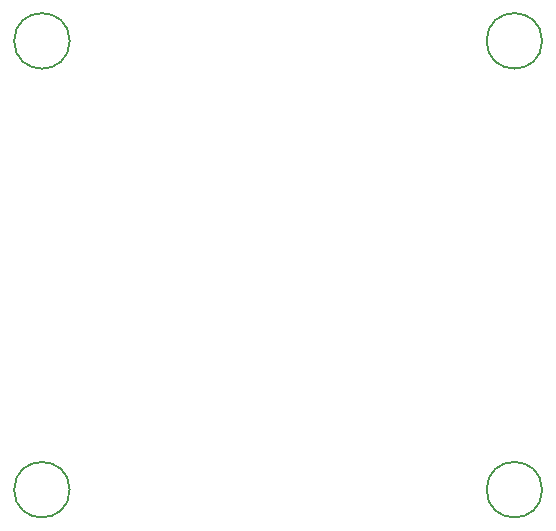
<source format=gbr>
%TF.GenerationSoftware,KiCad,Pcbnew,7.0.6*%
%TF.CreationDate,2023-08-06T04:21:24+10:00*%
%TF.ProjectId,controller,636f6e74-726f-46c6-9c65-722e6b696361,rev?*%
%TF.SameCoordinates,Original*%
%TF.FileFunction,Other,Comment*%
%FSLAX46Y46*%
G04 Gerber Fmt 4.6, Leading zero omitted, Abs format (unit mm)*
G04 Created by KiCad (PCBNEW 7.0.6) date 2023-08-06 04:21:24*
%MOMM*%
%LPD*%
G01*
G04 APERTURE LIST*
%ADD10C,0.150000*%
G04 APERTURE END LIST*
D10*
%TO.C,M1*%
X130851100Y-81503600D02*
G75*
G03*
X130851100Y-81503600I-2350000J0D01*
G01*
%TO.C,M2*%
X170851100Y-81503600D02*
G75*
G03*
X170851100Y-81503600I-2350000J0D01*
G01*
%TO.C,M3*%
X130851100Y-119503600D02*
G75*
G03*
X130851100Y-119503600I-2350000J0D01*
G01*
%TO.C,M4*%
X170851100Y-119503600D02*
G75*
G03*
X170851100Y-119503600I-2350000J0D01*
G01*
%TD*%
M02*

</source>
